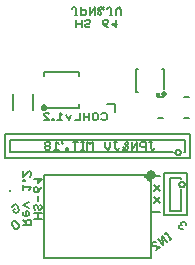
<source format=gbo>
G75*
%MOIN*%
%OFA0B0*%
%FSLAX25Y25*%
%IPPOS*%
%LPD*%
%AMOC8*
5,1,8,0,0,1.08239X$1,22.5*
%
%ADD10C,0.00600*%
%ADD11C,0.00500*%
%ADD12C,0.01969*%
%ADD13C,0.02227*%
%ADD14C,0.03150*%
%ADD15C,0.00787*%
%ADD16C,0.01575*%
D10*
X0033320Y0061560D02*
X0032095Y0062789D01*
X0032096Y0063402D01*
X0032711Y0064014D01*
X0033324Y0064013D01*
X0034549Y0062784D01*
X0034548Y0062171D01*
X0033933Y0061559D01*
X0033320Y0061560D01*
X0036063Y0062697D02*
X0038666Y0062697D01*
X0038666Y0063998D01*
X0038232Y0064432D01*
X0037364Y0064432D01*
X0036931Y0063998D01*
X0036931Y0062697D01*
X0036931Y0063564D02*
X0036063Y0064432D01*
X0036497Y0065644D02*
X0037364Y0065644D01*
X0037798Y0066077D01*
X0037798Y0066945D01*
X0037364Y0067378D01*
X0036931Y0067378D01*
X0036931Y0065644D01*
X0036497Y0065644D02*
X0036063Y0066077D01*
X0036063Y0066945D01*
X0034344Y0067257D02*
X0034546Y0067836D01*
X0033791Y0069398D01*
X0033211Y0069600D01*
X0032430Y0069222D01*
X0032229Y0068643D01*
X0032606Y0067862D02*
X0033387Y0068240D01*
X0032606Y0067862D02*
X0032984Y0067081D01*
X0033563Y0066880D01*
X0034344Y0067257D01*
X0036063Y0069457D02*
X0037798Y0070325D01*
X0037798Y0068590D02*
X0036063Y0069457D01*
X0039487Y0069155D02*
X0039487Y0068287D01*
X0039921Y0067853D01*
X0040788Y0068287D02*
X0040788Y0069155D01*
X0040355Y0069588D01*
X0039921Y0069588D01*
X0039487Y0069155D01*
X0040788Y0068287D02*
X0041222Y0067853D01*
X0041656Y0067853D01*
X0042089Y0068287D01*
X0042089Y0069155D01*
X0041656Y0069588D01*
X0040788Y0070800D02*
X0040788Y0072535D01*
X0040788Y0073746D02*
X0039921Y0073746D01*
X0039487Y0074180D01*
X0039487Y0075048D01*
X0039921Y0075481D01*
X0040355Y0075481D01*
X0040788Y0075048D01*
X0040788Y0073746D01*
X0041656Y0074614D01*
X0042089Y0075481D01*
X0040788Y0076693D02*
X0040788Y0078428D01*
X0039487Y0077994D02*
X0042089Y0077994D01*
X0040788Y0076693D01*
X0038666Y0075350D02*
X0036063Y0075350D01*
X0036063Y0074483D02*
X0036063Y0076218D01*
X0036063Y0077430D02*
X0036063Y0077863D01*
X0036497Y0077863D01*
X0036497Y0077430D01*
X0036063Y0077430D01*
X0036063Y0078903D02*
X0037798Y0080638D01*
X0038232Y0080638D01*
X0038666Y0080204D01*
X0038666Y0079337D01*
X0038232Y0078903D01*
X0036063Y0078903D02*
X0036063Y0080638D01*
X0038666Y0075350D02*
X0037798Y0074483D01*
X0039487Y0066642D02*
X0042089Y0066642D01*
X0040788Y0066642D02*
X0040788Y0064907D01*
X0039487Y0064907D02*
X0042089Y0064907D01*
X0043576Y0087923D02*
X0044444Y0087923D01*
X0044877Y0088357D01*
X0044877Y0088791D01*
X0044444Y0089224D01*
X0043576Y0089224D01*
X0043143Y0088791D01*
X0043143Y0088357D01*
X0043576Y0087923D01*
X0043576Y0089224D02*
X0043143Y0089658D01*
X0043143Y0090092D01*
X0043576Y0090526D01*
X0044444Y0090526D01*
X0044877Y0090092D01*
X0044877Y0089658D01*
X0044444Y0089224D01*
X0046089Y0087923D02*
X0047824Y0087923D01*
X0046957Y0087923D02*
X0046957Y0090526D01*
X0047824Y0089658D01*
X0048864Y0090092D02*
X0049297Y0089658D01*
X0048864Y0090092D02*
X0048864Y0090959D01*
X0050394Y0088357D02*
X0050828Y0088357D01*
X0050828Y0087923D01*
X0050394Y0087923D01*
X0050394Y0088357D01*
X0050394Y0087923D02*
X0051262Y0087056D01*
X0053341Y0087923D02*
X0053341Y0090526D01*
X0054208Y0090526D02*
X0052473Y0090526D01*
X0055305Y0090526D02*
X0056172Y0090526D01*
X0055739Y0090526D02*
X0055739Y0087923D01*
X0056172Y0087923D02*
X0055305Y0087923D01*
X0057384Y0087923D02*
X0057384Y0090526D01*
X0058252Y0089658D01*
X0059119Y0090526D01*
X0059119Y0087923D01*
X0063277Y0088791D02*
X0063277Y0090526D01*
X0063277Y0088791D02*
X0064145Y0087923D01*
X0065012Y0088791D01*
X0065012Y0090526D01*
X0066224Y0090526D02*
X0067091Y0090526D01*
X0066657Y0090526D02*
X0066657Y0088357D01*
X0067091Y0087923D01*
X0067525Y0087923D01*
X0067959Y0088357D01*
X0069170Y0087923D02*
X0070905Y0089658D01*
X0070905Y0090092D01*
X0070471Y0090526D01*
X0070038Y0090092D01*
X0070038Y0089658D01*
X0070905Y0088791D01*
X0070905Y0088357D01*
X0070471Y0087923D01*
X0070038Y0087923D01*
X0069170Y0088791D01*
X0072117Y0087923D02*
X0072117Y0090526D01*
X0073852Y0090526D02*
X0072117Y0087923D01*
X0073852Y0087923D02*
X0073852Y0090526D01*
X0075063Y0090092D02*
X0075063Y0089224D01*
X0075497Y0088791D01*
X0076798Y0088791D01*
X0076798Y0087923D02*
X0076798Y0090526D01*
X0075497Y0090526D01*
X0075063Y0090092D01*
X0078010Y0090526D02*
X0078877Y0090526D01*
X0078443Y0090526D02*
X0078443Y0088357D01*
X0078877Y0087923D01*
X0079311Y0087923D01*
X0079745Y0088357D01*
X0063777Y0098042D02*
X0063343Y0097608D01*
X0062476Y0097608D01*
X0062042Y0098042D01*
X0060830Y0098042D02*
X0060830Y0099777D01*
X0060397Y0100211D01*
X0059529Y0100211D01*
X0059096Y0099777D01*
X0059096Y0098042D01*
X0059529Y0097608D01*
X0060397Y0097608D01*
X0060830Y0098042D01*
X0062042Y0099777D02*
X0062476Y0100211D01*
X0063343Y0100211D01*
X0063777Y0099777D01*
X0063777Y0098042D01*
X0057884Y0097608D02*
X0057884Y0100211D01*
X0057884Y0098910D02*
X0056149Y0098910D01*
X0056149Y0100211D02*
X0056149Y0097608D01*
X0054937Y0097608D02*
X0053203Y0097608D01*
X0054937Y0097608D02*
X0054937Y0100211D01*
X0054681Y0101861D02*
X0054681Y0103042D01*
X0054681Y0101861D02*
X0042870Y0101861D01*
X0042870Y0103042D01*
X0043323Y0100211D02*
X0044191Y0100211D01*
X0044625Y0099777D01*
X0043323Y0100211D02*
X0042890Y0099777D01*
X0042890Y0099343D01*
X0044625Y0097608D01*
X0042890Y0097608D01*
X0045664Y0097608D02*
X0046098Y0097608D01*
X0046098Y0098042D01*
X0045664Y0098042D01*
X0045664Y0097608D01*
X0047310Y0097608D02*
X0049044Y0097608D01*
X0048177Y0097608D02*
X0048177Y0100211D01*
X0049044Y0099343D01*
X0050256Y0099343D02*
X0051123Y0097608D01*
X0051991Y0099343D01*
X0054681Y0112491D02*
X0054681Y0113672D01*
X0042870Y0113672D01*
X0042870Y0112491D01*
X0053678Y0128597D02*
X0053678Y0131199D01*
X0053678Y0129898D02*
X0055412Y0129898D01*
X0056624Y0129464D02*
X0057058Y0129898D01*
X0057925Y0129898D01*
X0058359Y0130332D01*
X0058359Y0130765D01*
X0057925Y0131199D01*
X0057058Y0131199D01*
X0056624Y0130765D01*
X0055412Y0131199D02*
X0055412Y0128597D01*
X0056624Y0129031D02*
X0056624Y0129464D01*
X0056624Y0129031D02*
X0057058Y0128597D01*
X0057925Y0128597D01*
X0058359Y0129031D01*
X0058097Y0132757D02*
X0059832Y0135359D01*
X0059832Y0132757D01*
X0061044Y0133191D02*
X0061044Y0133624D01*
X0062779Y0135359D01*
X0062779Y0134492D02*
X0061911Y0135359D01*
X0061478Y0135359D01*
X0061044Y0134925D01*
X0061044Y0134492D01*
X0061911Y0133624D01*
X0061911Y0133191D01*
X0061478Y0132757D01*
X0061044Y0133191D01*
X0062951Y0131199D02*
X0063818Y0131199D01*
X0064252Y0130765D01*
X0064252Y0130332D01*
X0063818Y0129898D01*
X0062517Y0129898D01*
X0062517Y0130765D01*
X0062951Y0131199D01*
X0062517Y0129898D02*
X0063385Y0129031D01*
X0064252Y0128597D01*
X0065464Y0129898D02*
X0067199Y0129898D01*
X0066765Y0131199D02*
X0066765Y0128597D01*
X0065464Y0129898D01*
X0065292Y0132757D02*
X0065292Y0134925D01*
X0064858Y0135359D01*
X0064424Y0135359D01*
X0063990Y0134925D01*
X0064858Y0132757D02*
X0065725Y0132757D01*
X0066937Y0132757D02*
X0066937Y0134492D01*
X0067804Y0135359D01*
X0068672Y0134492D01*
X0068672Y0132757D01*
X0058097Y0132757D02*
X0058097Y0135359D01*
X0056886Y0134058D02*
X0056452Y0134492D01*
X0055151Y0134492D01*
X0055151Y0135359D02*
X0055151Y0132757D01*
X0056452Y0132757D01*
X0056886Y0133191D01*
X0056886Y0134058D01*
X0053939Y0132757D02*
X0053072Y0132757D01*
X0053506Y0132757D02*
X0053506Y0134925D01*
X0053072Y0135359D01*
X0052638Y0135359D01*
X0052204Y0134925D01*
X0088916Y0063831D02*
X0088633Y0063502D01*
X0088679Y0062890D01*
X0088068Y0062844D01*
X0087785Y0062515D01*
X0087831Y0061904D01*
X0088488Y0061338D01*
X0089100Y0061384D01*
X0089008Y0062607D02*
X0088679Y0062890D01*
X0088916Y0063831D02*
X0089528Y0063877D01*
X0090185Y0063311D01*
X0090231Y0062699D01*
X0085541Y0058398D02*
X0084860Y0057862D01*
X0085201Y0058130D02*
X0083591Y0060175D01*
X0083932Y0060443D02*
X0083250Y0059907D01*
X0082388Y0059229D02*
X0082634Y0056111D01*
X0081025Y0058156D01*
X0080341Y0057066D02*
X0079732Y0057138D01*
X0079050Y0056602D01*
X0078978Y0055993D01*
X0079246Y0055652D01*
X0081682Y0055361D01*
X0080319Y0054289D01*
X0083998Y0057184D02*
X0082388Y0059229D01*
D11*
X0043027Y0051782D02*
X0043027Y0079341D01*
X0078461Y0079341D01*
X0078461Y0076979D01*
X0076098Y0079341D01*
X0078461Y0079341D01*
X0078461Y0051782D01*
X0043027Y0051782D01*
X0030035Y0085247D02*
X0091453Y0085247D01*
X0091453Y0093121D01*
X0030035Y0093121D01*
X0030035Y0085247D01*
X0031610Y0087215D02*
X0085941Y0087215D01*
X0086714Y0087002D02*
X0086716Y0087062D01*
X0086722Y0087121D01*
X0086732Y0087180D01*
X0086746Y0087238D01*
X0086763Y0087295D01*
X0086785Y0087351D01*
X0086810Y0087405D01*
X0086839Y0087458D01*
X0086871Y0087508D01*
X0086906Y0087556D01*
X0086945Y0087602D01*
X0086986Y0087645D01*
X0087031Y0087685D01*
X0087078Y0087722D01*
X0087127Y0087756D01*
X0087178Y0087786D01*
X0087232Y0087813D01*
X0087287Y0087836D01*
X0087343Y0087856D01*
X0087401Y0087872D01*
X0087459Y0087884D01*
X0087519Y0087892D01*
X0087578Y0087896D01*
X0087638Y0087896D01*
X0087697Y0087892D01*
X0087757Y0087884D01*
X0087815Y0087872D01*
X0087873Y0087856D01*
X0087929Y0087836D01*
X0087984Y0087813D01*
X0088038Y0087786D01*
X0088089Y0087756D01*
X0088138Y0087722D01*
X0088185Y0087685D01*
X0088230Y0087645D01*
X0088271Y0087602D01*
X0088310Y0087556D01*
X0088345Y0087508D01*
X0088377Y0087458D01*
X0088406Y0087405D01*
X0088431Y0087351D01*
X0088453Y0087295D01*
X0088470Y0087238D01*
X0088484Y0087180D01*
X0088494Y0087121D01*
X0088500Y0087062D01*
X0088502Y0087002D01*
X0088500Y0086942D01*
X0088494Y0086883D01*
X0088484Y0086824D01*
X0088470Y0086766D01*
X0088453Y0086709D01*
X0088431Y0086653D01*
X0088406Y0086599D01*
X0088377Y0086546D01*
X0088345Y0086496D01*
X0088310Y0086448D01*
X0088271Y0086402D01*
X0088230Y0086359D01*
X0088185Y0086319D01*
X0088138Y0086282D01*
X0088089Y0086248D01*
X0088038Y0086218D01*
X0087984Y0086191D01*
X0087929Y0086168D01*
X0087873Y0086148D01*
X0087815Y0086132D01*
X0087757Y0086120D01*
X0087697Y0086112D01*
X0087638Y0086108D01*
X0087578Y0086108D01*
X0087519Y0086112D01*
X0087459Y0086120D01*
X0087401Y0086132D01*
X0087343Y0086148D01*
X0087287Y0086168D01*
X0087232Y0086191D01*
X0087178Y0086218D01*
X0087127Y0086248D01*
X0087078Y0086282D01*
X0087031Y0086319D01*
X0086986Y0086359D01*
X0086945Y0086402D01*
X0086906Y0086448D01*
X0086871Y0086496D01*
X0086839Y0086546D01*
X0086810Y0086599D01*
X0086785Y0086653D01*
X0086763Y0086709D01*
X0086746Y0086766D01*
X0086732Y0086824D01*
X0086722Y0086883D01*
X0086716Y0086942D01*
X0086714Y0087002D01*
X0089484Y0087215D02*
X0089878Y0087215D01*
X0089878Y0091152D01*
X0031610Y0091152D01*
X0031610Y0087215D01*
X0032516Y0101192D02*
X0032516Y0106310D01*
X0039209Y0106310D02*
X0039209Y0101192D01*
X0063894Y0103160D02*
X0066650Y0103160D01*
X0066650Y0100404D01*
X0073421Y0106979D02*
X0074209Y0106979D01*
X0073421Y0106979D02*
X0073421Y0114853D01*
X0074209Y0114853D01*
X0082083Y0114853D02*
X0082870Y0114853D01*
X0082870Y0108160D01*
X0082476Y0105365D02*
X0080901Y0105365D01*
X0080901Y0098278D02*
X0082476Y0098278D01*
X0089563Y0098278D02*
X0091138Y0098278D01*
X0091138Y0105365D02*
X0089563Y0105365D01*
X0090665Y0080129D02*
X0082791Y0080129D01*
X0082791Y0065956D01*
X0090665Y0065956D01*
X0090665Y0080129D01*
X0088697Y0078554D02*
X0088697Y0078160D01*
X0088697Y0078554D02*
X0084760Y0078554D01*
X0084760Y0067530D01*
X0088697Y0067530D01*
X0088697Y0074617D01*
X0088016Y0076284D02*
X0088018Y0076344D01*
X0088024Y0076403D01*
X0088034Y0076462D01*
X0088048Y0076520D01*
X0088065Y0076577D01*
X0088087Y0076633D01*
X0088112Y0076687D01*
X0088141Y0076740D01*
X0088173Y0076790D01*
X0088208Y0076838D01*
X0088247Y0076884D01*
X0088288Y0076927D01*
X0088333Y0076967D01*
X0088380Y0077004D01*
X0088429Y0077038D01*
X0088480Y0077068D01*
X0088534Y0077095D01*
X0088589Y0077118D01*
X0088645Y0077138D01*
X0088703Y0077154D01*
X0088761Y0077166D01*
X0088821Y0077174D01*
X0088880Y0077178D01*
X0088940Y0077178D01*
X0088999Y0077174D01*
X0089059Y0077166D01*
X0089117Y0077154D01*
X0089175Y0077138D01*
X0089231Y0077118D01*
X0089286Y0077095D01*
X0089340Y0077068D01*
X0089391Y0077038D01*
X0089440Y0077004D01*
X0089487Y0076967D01*
X0089532Y0076927D01*
X0089573Y0076884D01*
X0089612Y0076838D01*
X0089647Y0076790D01*
X0089679Y0076740D01*
X0089708Y0076687D01*
X0089733Y0076633D01*
X0089755Y0076577D01*
X0089772Y0076520D01*
X0089786Y0076462D01*
X0089796Y0076403D01*
X0089802Y0076344D01*
X0089804Y0076284D01*
X0089802Y0076224D01*
X0089796Y0076165D01*
X0089786Y0076106D01*
X0089772Y0076048D01*
X0089755Y0075991D01*
X0089733Y0075935D01*
X0089708Y0075881D01*
X0089679Y0075828D01*
X0089647Y0075778D01*
X0089612Y0075730D01*
X0089573Y0075684D01*
X0089532Y0075641D01*
X0089487Y0075601D01*
X0089440Y0075564D01*
X0089391Y0075530D01*
X0089340Y0075500D01*
X0089286Y0075473D01*
X0089231Y0075450D01*
X0089175Y0075430D01*
X0089117Y0075414D01*
X0089059Y0075402D01*
X0088999Y0075394D01*
X0088940Y0075390D01*
X0088880Y0075390D01*
X0088821Y0075394D01*
X0088761Y0075402D01*
X0088703Y0075414D01*
X0088645Y0075430D01*
X0088589Y0075450D01*
X0088534Y0075473D01*
X0088480Y0075500D01*
X0088429Y0075530D01*
X0088380Y0075564D01*
X0088333Y0075601D01*
X0088288Y0075641D01*
X0088247Y0075684D01*
X0088208Y0075730D01*
X0088173Y0075778D01*
X0088141Y0075828D01*
X0088112Y0075881D01*
X0088087Y0075935D01*
X0088065Y0075991D01*
X0088048Y0076048D01*
X0088034Y0076106D01*
X0088024Y0076165D01*
X0088018Y0076224D01*
X0088016Y0076284D01*
X0081728Y0076042D02*
X0079728Y0074042D01*
X0079728Y0072042D02*
X0081728Y0070042D01*
X0081728Y0072042D02*
X0079728Y0070042D01*
X0078728Y0067042D02*
X0081728Y0067042D01*
X0078728Y0067042D02*
X0078728Y0079042D01*
X0081728Y0079042D01*
X0079728Y0076042D02*
X0081728Y0074042D01*
X0078461Y0077271D02*
X0078169Y0077271D01*
X0078461Y0077769D02*
X0077670Y0077769D01*
X0077172Y0078268D02*
X0078461Y0078268D01*
X0078461Y0078766D02*
X0076673Y0078766D01*
X0076175Y0079265D02*
X0078461Y0079265D01*
D12*
X0082870Y0106585D03*
D13*
X0042870Y0101861D03*
D14*
X0078461Y0079341D03*
D15*
X0031655Y0074143D03*
D16*
X0080901Y0106152D03*
M02*

</source>
